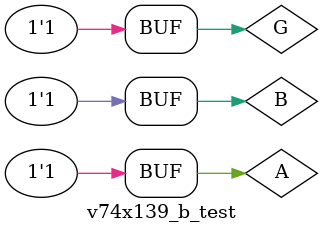
<source format=v>
`timescale 1ns / 1ps


module v74x139_b_test;

	// Inputs
	reg G;
	reg A;
	reg B;

	// Outputs
	wire [3:0] Y;

	// Instantiate the Unit Under Test (UUT)
	v74x139_b uut (
		.G(G), 
		.A(A), 
		.B(B), 
		.Y(Y)
	);

	initial begin
		// Initialize Inputs
		G = 0;
		A = 0;
		B = 0;
		#100;
      
		G = 0;
		A = 0;
		B = 1;
		#100;
		
		G = 0;
		A = 1;
		B = 0;
		#100;
		
		G = 0;
		A = 1;
		B = 1;
		#100;
		
		G = 1;
		A = 0;
		B = 0;
		#100;
		
		G = 1;
		A = 0;
		B = 1;
		#100;
		
		G = 1;
		A = 1;
		B = 0;
		#100;
		
		G = 1;
		A = 1;
		B = 1;
		#100;
		// Add stimulus here

	end
      
endmodule


</source>
